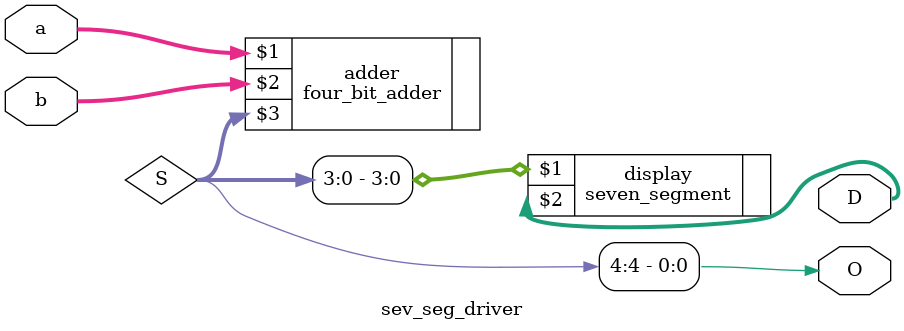
<source format=sv>
`timescale 1ns / 1ps


module sev_seg_driver(input logic [3:0] a, b,
                      output logic [6:0] D,
                      output logic O);
    
//    logic [6:0] D;
    logic [4:0] S;
    
//    logic O;
    
    four_bit_adder adder(a, b, S);
    seven_segment display(S[3:0], D);
    
    assign O = S[4];
    
endmodule

</source>
